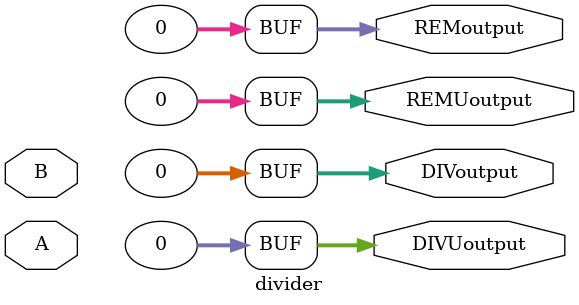
<source format=v>
`timescale 1ns / 1ps

module divider(
    input [31:0] A,
    input [31:0] B,
    output [31:0] DIVoutput,
    output [31:0] DIVUoutput,
    output [31:0] REMoutput,
    output [31:0] REMUoutput
    );

// need to implement; for now, ouputting zeroes
assign DIVoutput = 32'b00000000000000000000000000000000;
assign DIVUoutput = 32'b00000000000000000000000000000000;
assign REMoutput = 32'b00000000000000000000000000000000;
assign REMUoutput = 32'b00000000000000000000000000000000;
 
endmodule

</source>
